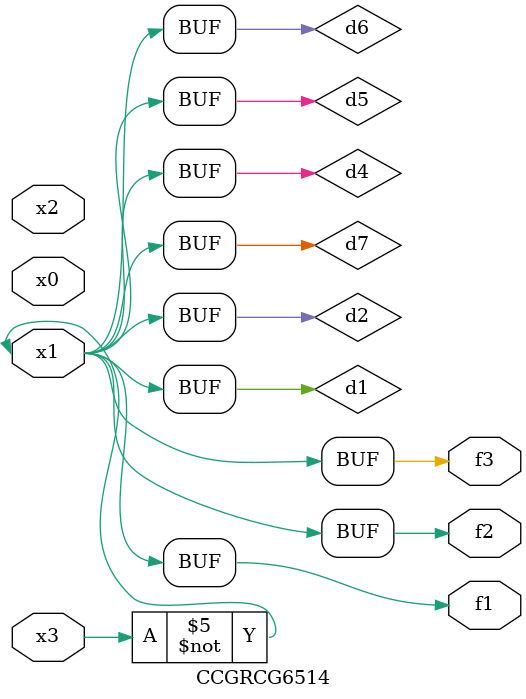
<source format=v>
module CCGRCG6514(
	input x0, x1, x2, x3,
	output f1, f2, f3
);

	wire d1, d2, d3, d4, d5, d6, d7;

	not (d1, x3);
	buf (d2, x1);
	xnor (d3, d1, d2);
	nor (d4, d1);
	buf (d5, d1, d2);
	buf (d6, d4, d5);
	nand (d7, d4);
	assign f1 = d6;
	assign f2 = d7;
	assign f3 = d6;
endmodule

</source>
